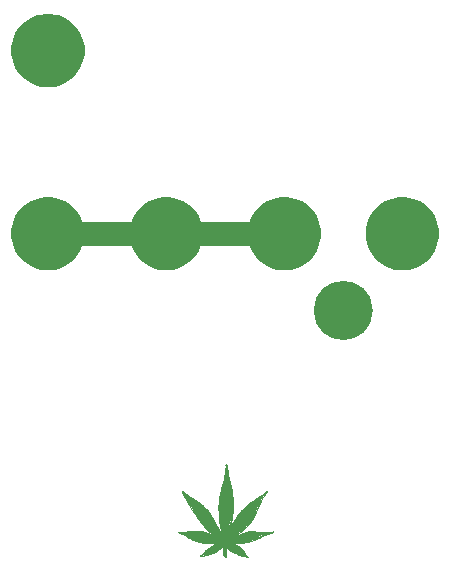
<source format=gbr>
G04 #@! TF.GenerationSoftware,KiCad,Pcbnew,(5.1.5-0)*
G04 #@! TF.CreationDate,2021-01-19T23:08:31-08:00*
G04 #@! TF.ProjectId,badumtiss,62616475-6d74-4697-9373-2e6b69636164,rev?*
G04 #@! TF.SameCoordinates,Original*
G04 #@! TF.FileFunction,Soldermask,Top*
G04 #@! TF.FilePolarity,Negative*
%FSLAX46Y46*%
G04 Gerber Fmt 4.6, Leading zero omitted, Abs format (unit mm)*
G04 Created by KiCad (PCBNEW (5.1.5-0)) date 2021-01-19 23:08:31*
%MOMM*%
%LPD*%
G04 APERTURE LIST*
%ADD10C,1.000000*%
%ADD11C,2.000000*%
%ADD12C,0.100000*%
%ADD13C,0.000002*%
%ADD14C,0.001000*%
G04 APERTURE END LIST*
D10*
X32000000Y-104000000D02*
G75*
G03X32000000Y-104000000I-2000000J0D01*
G01*
D11*
X25000000Y-97500000D02*
X5000000Y-97500000D01*
D12*
G36*
X20660400Y-123747650D02*
G01*
X21212850Y-124027050D01*
X21539875Y-124354075D01*
X21674813Y-124584263D01*
X21906588Y-124854138D01*
X21600200Y-124770000D01*
X21346200Y-124693800D01*
X21168400Y-124630300D01*
X20793750Y-124496950D01*
X20434975Y-124303275D01*
X20174625Y-124017525D01*
X20050800Y-123855600D01*
X20114300Y-123893700D01*
X20088900Y-123830200D01*
X20152400Y-123658750D01*
X20660400Y-123747650D01*
G37*
X20660400Y-123747650D02*
X21212850Y-124027050D01*
X21539875Y-124354075D01*
X21674813Y-124584263D01*
X21906588Y-124854138D01*
X21600200Y-124770000D01*
X21346200Y-124693800D01*
X21168400Y-124630300D01*
X20793750Y-124496950D01*
X20434975Y-124303275D01*
X20174625Y-124017525D01*
X20050800Y-123855600D01*
X20114300Y-123893700D01*
X20088900Y-123830200D01*
X20152400Y-123658750D01*
X20660400Y-123747650D01*
G36*
X19866650Y-123766700D02*
G01*
X19498350Y-124198500D01*
X19060200Y-124471550D01*
X18679200Y-124611250D01*
X17929900Y-124776350D01*
X18412500Y-124249300D01*
X18806200Y-123982600D01*
X19174500Y-123779400D01*
X19644400Y-123703200D01*
X19669800Y-123703200D01*
X19866650Y-123766700D01*
G37*
X19866650Y-123766700D02*
X19498350Y-124198500D01*
X19060200Y-124471550D01*
X18679200Y-124611250D01*
X17929900Y-124776350D01*
X18412500Y-124249300D01*
X18806200Y-123982600D01*
X19174500Y-123779400D01*
X19644400Y-123703200D01*
X19669800Y-123703200D01*
X19866650Y-123766700D01*
G36*
X23073400Y-122738000D02*
G01*
X23505200Y-122763400D01*
X24083207Y-122773943D01*
X23403600Y-122928500D01*
X22971800Y-123119000D01*
X22628900Y-123334900D01*
X22209800Y-123500000D01*
X21676400Y-123588900D01*
X21231900Y-123614300D01*
X20654050Y-123595250D01*
X20076200Y-123576200D01*
X20012700Y-123500000D01*
X20228600Y-123436500D01*
X20235585Y-123385700D01*
X20551815Y-123258700D01*
X21085850Y-123030100D01*
X21638300Y-122826900D01*
X22032000Y-122712600D01*
X22476500Y-122712600D01*
X23073400Y-122738000D01*
G37*
X23073400Y-122738000D02*
X23505200Y-122763400D01*
X24083207Y-122773943D01*
X23403600Y-122928500D01*
X22971800Y-123119000D01*
X22628900Y-123334900D01*
X22209800Y-123500000D01*
X21676400Y-123588900D01*
X21231900Y-123614300D01*
X20654050Y-123595250D01*
X20076200Y-123576200D01*
X20012700Y-123500000D01*
X20228600Y-123436500D01*
X20235585Y-123385700D01*
X20551815Y-123258700D01*
X21085850Y-123030100D01*
X21638300Y-122826900D01*
X22032000Y-122712600D01*
X22476500Y-122712600D01*
X23073400Y-122738000D01*
G36*
X23060700Y-120083700D02*
G01*
X22819400Y-120579000D01*
X22616200Y-121036200D01*
X22355850Y-121556900D01*
X22082800Y-121912500D01*
X21771650Y-122325250D01*
X21301750Y-122718950D01*
X20800100Y-123055500D01*
X19695200Y-123652400D01*
X19720600Y-123322200D01*
X20025400Y-123271400D01*
X20273050Y-122833250D01*
X20488950Y-122369700D01*
X20654050Y-122039500D01*
X20838200Y-121747400D01*
X21003300Y-121429900D01*
X21282700Y-121074300D01*
X21562100Y-120756800D01*
X21892300Y-120464700D01*
X22235200Y-120236100D01*
X22616200Y-119982100D01*
X23009900Y-119715400D01*
X23543300Y-119321700D01*
X23060700Y-120083700D01*
G37*
X23060700Y-120083700D02*
X22819400Y-120579000D01*
X22616200Y-121036200D01*
X22355850Y-121556900D01*
X22082800Y-121912500D01*
X21771650Y-122325250D01*
X21301750Y-122718950D01*
X20800100Y-123055500D01*
X19695200Y-123652400D01*
X19720600Y-123322200D01*
X20025400Y-123271400D01*
X20273050Y-122833250D01*
X20488950Y-122369700D01*
X20654050Y-122039500D01*
X20838200Y-121747400D01*
X21003300Y-121429900D01*
X21282700Y-121074300D01*
X21562100Y-120756800D01*
X21892300Y-120464700D01*
X22235200Y-120236100D01*
X22616200Y-119982100D01*
X23009900Y-119715400D01*
X23543300Y-119321700D01*
X23060700Y-120083700D01*
G36*
X20215900Y-117950100D02*
G01*
X20317500Y-118432700D01*
X20431800Y-118889900D01*
X20514350Y-119220100D01*
X20577850Y-119601100D01*
X20622300Y-120121800D01*
X20622300Y-120655200D01*
X20571500Y-121239400D01*
X20508000Y-121760100D01*
X20365125Y-122255400D01*
X20066675Y-123271400D01*
X19853950Y-123220600D01*
X19619000Y-122306200D01*
X19445962Y-121442600D01*
X19461837Y-120655200D01*
X19514225Y-119994800D01*
X19676150Y-119220100D01*
X19911100Y-118407300D01*
X20038100Y-117632600D01*
X20101600Y-117111900D01*
X20215900Y-117950100D01*
G37*
X20215900Y-117950100D02*
X20317500Y-118432700D01*
X20431800Y-118889900D01*
X20514350Y-119220100D01*
X20577850Y-119601100D01*
X20622300Y-120121800D01*
X20622300Y-120655200D01*
X20571500Y-121239400D01*
X20508000Y-121760100D01*
X20365125Y-122255400D01*
X20066675Y-123271400D01*
X19853950Y-123220600D01*
X19619000Y-122306200D01*
X19445962Y-121442600D01*
X19461837Y-120655200D01*
X19514225Y-119994800D01*
X19676150Y-119220100D01*
X19911100Y-118407300D01*
X20038100Y-117632600D01*
X20101600Y-117111900D01*
X20215900Y-117950100D01*
G36*
X16596400Y-119524900D02*
G01*
X16913900Y-119766200D01*
X17479050Y-120083700D01*
X18075950Y-120515500D01*
X18450600Y-120896500D01*
X18850650Y-121461650D01*
X19447550Y-122642750D01*
X19746000Y-123207900D01*
X19758700Y-123220600D01*
X19428500Y-123246000D01*
X19326900Y-123195200D01*
X18971300Y-122947550D01*
X18564900Y-122579250D01*
X18234700Y-122230000D01*
X17879100Y-121798200D01*
X17599700Y-121379100D01*
X17409200Y-121125100D01*
X17155200Y-120667900D01*
X16901200Y-120299600D01*
X16659900Y-119880500D01*
X16380500Y-119321700D01*
X16596400Y-119524900D01*
G37*
X16596400Y-119524900D02*
X16913900Y-119766200D01*
X17479050Y-120083700D01*
X18075950Y-120515500D01*
X18450600Y-120896500D01*
X18850650Y-121461650D01*
X19447550Y-122642750D01*
X19746000Y-123207900D01*
X19758700Y-123220600D01*
X19428500Y-123246000D01*
X19326900Y-123195200D01*
X18971300Y-122947550D01*
X18564900Y-122579250D01*
X18234700Y-122230000D01*
X17879100Y-121798200D01*
X17599700Y-121379100D01*
X17409200Y-121125100D01*
X17155200Y-120667900D01*
X16901200Y-120299600D01*
X16659900Y-119880500D01*
X16380500Y-119321700D01*
X16596400Y-119524900D01*
G36*
X18002925Y-122703075D02*
G01*
X18339475Y-122798325D01*
X18603000Y-122890400D01*
X19301500Y-123296800D01*
X19331980Y-123324740D01*
X19339600Y-123309500D01*
X19339600Y-123322200D01*
X19331980Y-123324740D01*
X19250700Y-123487300D01*
X19644400Y-123627000D01*
X19434850Y-123652400D01*
X19041150Y-123677800D01*
X18564900Y-123677800D01*
X18120400Y-123614300D01*
X17637800Y-123500000D01*
X17244100Y-123385700D01*
X16837700Y-123157100D01*
X16520200Y-122928500D01*
X16113800Y-122801500D01*
X16761500Y-122750700D01*
X17294900Y-122712600D01*
X17758450Y-122706250D01*
X18002925Y-122703075D01*
G37*
X18002925Y-122703075D02*
X18339475Y-122798325D01*
X18603000Y-122890400D01*
X19301500Y-123296800D01*
X19331980Y-123324740D01*
X19339600Y-123309500D01*
X19339600Y-123322200D01*
X19331980Y-123324740D01*
X19250700Y-123487300D01*
X19644400Y-123627000D01*
X19434850Y-123652400D01*
X19041150Y-123677800D01*
X18564900Y-123677800D01*
X18120400Y-123614300D01*
X17637800Y-123500000D01*
X17244100Y-123385700D01*
X16837700Y-123157100D01*
X16520200Y-122928500D01*
X16113800Y-122801500D01*
X16761500Y-122750700D01*
X17294900Y-122712600D01*
X17758450Y-122706250D01*
X18002925Y-122703075D01*
G36*
X20000000Y-123284100D02*
G01*
X19788862Y-123477775D01*
X20007937Y-123573025D01*
X20758825Y-124115950D01*
X20577850Y-124211200D01*
X20000000Y-123754000D01*
X20012700Y-124846200D01*
X19898400Y-124706500D01*
X19892050Y-123817500D01*
X19936500Y-123817500D01*
X19555500Y-123601600D01*
X19269750Y-123449200D01*
X19434850Y-123169800D01*
X20000000Y-123284100D01*
G37*
X20000000Y-123284100D02*
X19788862Y-123477775D01*
X20007937Y-123573025D01*
X20758825Y-124115950D01*
X20577850Y-124211200D01*
X20000000Y-123754000D01*
X20012700Y-124846200D01*
X19898400Y-124706500D01*
X19892050Y-123817500D01*
X19936500Y-123817500D01*
X19555500Y-123601600D01*
X19269750Y-123449200D01*
X19434850Y-123169800D01*
X20000000Y-123284100D01*
D13*
X19479586Y-121596968D02*
X19486414Y-121663404D01*
X16060628Y-122785206D02*
G75*
G02X16062745Y-122780474I8833J-1112D01*
G01*
X16062745Y-122780475D02*
G75*
G02X16067170Y-122777659I6961J-6056D01*
G01*
X16067171Y-122777659D02*
G75*
G02X16076272Y-122775641I21302J-74534D01*
G01*
X16119176Y-122769928D02*
X16076272Y-122775641D01*
X16175382Y-122764579D02*
X16119176Y-122769928D01*
X16249523Y-122759059D02*
X16175382Y-122764579D01*
X16350810Y-122752773D02*
X16249523Y-122759059D01*
X16464250Y-122745535D02*
X16350810Y-122752773D01*
X16555159Y-122738329D02*
X16464250Y-122745535D01*
X16635946Y-122730142D02*
X16555159Y-122738329D01*
X16717522Y-122719967D02*
X16635946Y-122730142D01*
X16795588Y-122710763D02*
X16717522Y-122719967D01*
X16894548Y-122701810D02*
X16795588Y-122710763D01*
X17002731Y-122693949D02*
X16894548Y-122701810D01*
X17110022Y-122688039D02*
X17002731Y-122693949D01*
X17158893Y-122685783D02*
X17110022Y-122688039D01*
X17228084Y-122682592D02*
X17158893Y-122685783D01*
X17303746Y-122679104D02*
X17228084Y-122682592D01*
X17375022Y-122675821D02*
X17303746Y-122679104D01*
X17542892Y-122668843D02*
X17375022Y-122675821D01*
X17717753Y-122663052D02*
X17542892Y-122668843D01*
X17891324Y-122658069D02*
X17717753Y-122663052D01*
X17891324Y-122658069D02*
G75*
G02X17900393Y-122660507I462J-16364D01*
G01*
X17903889Y-122661762D02*
G75*
G02X17900393Y-122660507I1209J8867D01*
G01*
X17919388Y-122663775D02*
X17903889Y-122661762D01*
X17937771Y-122665819D02*
X17919388Y-122663775D01*
X17958715Y-122667713D02*
X17937771Y-122665819D01*
X19470054Y-121487481D02*
X19472649Y-121517124D01*
X20612378Y-123647086D02*
X20657522Y-123650622D01*
X20563537Y-123643388D02*
X20612378Y-123647086D01*
X20518194Y-123640058D02*
X20563537Y-123643388D01*
X20485022Y-123637755D02*
X20518194Y-123640058D01*
X20453615Y-123635486D02*
X20485022Y-123637755D01*
X20414584Y-123632326D02*
X20453615Y-123635486D01*
X20374606Y-123628849D02*
X20414584Y-123632326D01*
X20340022Y-123625579D02*
X20374606Y-123628849D01*
X20278512Y-123620402D02*
X20340022Y-123625579D01*
X20226901Y-123618134D02*
X20278512Y-123620402D01*
X18831364Y-121380665D02*
X18702584Y-121173051D01*
X18960123Y-121610277D02*
X18831364Y-121380665D01*
X20263811Y-123644985D02*
X20225611Y-123637712D01*
X20301820Y-123651668D02*
X20263811Y-123644985D01*
X20327522Y-123655429D02*
X20301820Y-123651668D01*
X20327522Y-123655429D02*
G75*
G02X20415850Y-123671576I-96572J-777952D01*
G01*
X20542223Y-123704860D02*
X20415850Y-123671576D01*
X20681550Y-123747366D02*
X20542223Y-123704860D01*
X20815022Y-123794009D02*
X20681550Y-123747366D01*
X20858649Y-123811046D02*
X20815022Y-123794009D01*
X20904637Y-123830487D02*
X20858649Y-123811046D01*
X20952079Y-123851930D02*
X20904637Y-123830487D01*
X21000085Y-123874987D02*
X20952079Y-123851930D01*
X21000085Y-123874988D02*
G75*
G02X21152408Y-123962179I-639105J-1293158D01*
G01*
X19600081Y-122347260D02*
X19602098Y-122357528D01*
X22620021Y-121015299D02*
G75*
G02X22619743Y-121016562I-3003J0D01*
G01*
X22611209Y-121034952D02*
X22619743Y-121016562D01*
X22601523Y-121055632D02*
X22611209Y-121034952D01*
X22590022Y-121079870D02*
X22601523Y-121055632D01*
X22578521Y-121104146D02*
X22590022Y-121079870D01*
X22568834Y-121124951D02*
X22578521Y-121104146D01*
X22560385Y-121143329D02*
X22568834Y-121124951D01*
X22560021Y-121144995D02*
G75*
G02X22560385Y-121143329I3995J0D01*
G01*
X22560021Y-121144995D02*
G75*
G02X22559292Y-121148297I-7840J0D01*
G01*
X22520677Y-121231421D02*
X22559292Y-121148297D01*
X22477758Y-121323339D02*
X22520677Y-121231421D01*
X22427442Y-121430277D02*
X22477758Y-121323339D01*
X22404537Y-121478174D02*
X22427442Y-121430277D01*
X22376801Y-121534980D02*
X22404537Y-121478174D01*
X22347730Y-121593998D02*
X22376801Y-121534980D01*
X22347731Y-121593997D02*
G75*
G02X22345022Y-121597777I-12801J6311D01*
G01*
X22343589Y-121599614D02*
G75*
G02X22345022Y-121597777I8150J-4881D01*
G01*
X22340177Y-121605418D02*
X22343588Y-121599615D01*
X22336238Y-121612435D02*
X22340177Y-121605418D01*
X22332041Y-121620277D02*
X22336238Y-121612435D01*
X22323008Y-121637116D02*
X22332041Y-121620277D01*
X22312309Y-121656309D02*
X22323008Y-121637116D01*
X22301117Y-121675799D02*
X22312309Y-121656309D01*
X22290563Y-121693576D02*
X22301117Y-121675799D01*
X22286359Y-121700601D02*
X22290563Y-121693576D01*
X22279895Y-121711546D02*
X22286359Y-121700601D01*
X22272630Y-121723921D02*
X22279895Y-121711546D01*
X22265538Y-121736076D02*
X22272630Y-121723921D01*
X22265539Y-121736076D02*
G75*
G02X22176513Y-121874537I-1594117J927112D01*
G01*
X22060765Y-122028716D02*
X22176513Y-121874537D01*
X21929379Y-122185115D02*
X22060765Y-122028716D01*
X21792561Y-122330767D02*
X21929379Y-122185115D01*
X21792561Y-122330767D02*
G75*
G02X21512462Y-122588051I-2992746J2977019D01*
G01*
X21202444Y-122826945D02*
X21512462Y-122588051D01*
X20846530Y-123058868D02*
X21202444Y-122826945D01*
X20427522Y-123295384D02*
X20846530Y-123058868D01*
X20407210Y-123306206D02*
X20427522Y-123295384D01*
X20383256Y-123319049D02*
X20407210Y-123306206D01*
X20359541Y-123331825D02*
X20383256Y-123319049D01*
X20340022Y-123342411D02*
X20359541Y-123331825D01*
X20322766Y-123351769D02*
X20340022Y-123342411D01*
X20306062Y-123360749D02*
X20322766Y-123351769D01*
X20291782Y-123368359D02*
X20306062Y-123360749D01*
X20284097Y-123372337D02*
X20291782Y-123368359D01*
X20267847Y-123382144D02*
G75*
G02X20284097Y-123372337I73169J-102870D01*
G01*
X20251467Y-123395234D02*
G75*
G02X20267847Y-123382145I125077J-139731D01*
G01*
X20238112Y-123408375D02*
G75*
G02X20251467Y-123395234I145858J-134885D01*
G01*
X20235021Y-123416267D02*
G75*
G02X20238111Y-123408375I11624J0D01*
G01*
X20235871Y-123419781D02*
G75*
G02X20235022Y-123416267I6849J3514D01*
G01*
X20238155Y-123421737D02*
G75*
G02X20235870Y-123419780I1247J3768D01*
G01*
X20242397Y-123422198D02*
G75*
G02X20238155Y-123421737I-1044J10127D01*
G01*
X20249641Y-123421103D02*
G75*
G02X20242398Y-123422199I-15184J75919D01*
G01*
X20268149Y-123415366D02*
G75*
G02X20249641Y-123421104I-36945J86448D01*
G01*
X20328992Y-123389023D02*
X20268149Y-123415366D01*
X20396972Y-123358528D02*
X20328992Y-123389023D01*
X20465022Y-123326643D02*
X20396972Y-123358528D01*
X20488044Y-123315656D02*
X20465022Y-123326643D01*
X20513850Y-123303400D02*
X20488044Y-123315656D01*
X20538478Y-123291750D02*
X20513850Y-123303400D01*
X20557522Y-123282798D02*
X20538478Y-123291750D01*
X20577497Y-123273393D02*
X20557522Y-123282798D01*
X20605600Y-123260054D02*
X20577497Y-123273393D01*
X20636247Y-123245444D02*
X20605600Y-123260054D01*
X20665022Y-123231661D02*
X20636247Y-123245444D01*
X20719936Y-123205361D02*
X20665022Y-123231661D01*
X20761702Y-123185535D02*
X20719936Y-123205361D01*
X20796707Y-123169148D02*
X20761702Y-123185535D01*
X20830022Y-123153816D02*
X20796707Y-123169148D01*
X20865354Y-123137574D02*
X20830022Y-123153816D01*
X20931774Y-123106749D02*
X20865354Y-123137574D01*
X20999694Y-123075132D02*
X20931774Y-123106749D01*
X21047522Y-123052733D02*
X20999694Y-123075132D01*
X21194502Y-122984657D02*
X21047522Y-123052733D01*
X21345333Y-122916903D02*
X21194502Y-122984657D01*
X21483653Y-122856658D02*
X21345333Y-122916903D01*
X21590022Y-122812680D02*
X21483653Y-122856658D01*
X21643337Y-122791611D02*
X21590022Y-122812680D01*
X21678135Y-122778359D02*
X21643337Y-122791611D01*
X21707932Y-122767769D02*
X21678135Y-122778359D01*
X21742522Y-122756289D02*
X21707932Y-122767769D01*
X21801620Y-122738467D02*
X21742522Y-122756289D01*
X21863071Y-122722384D02*
X21801620Y-122738467D01*
X21924574Y-122708597D02*
X21863071Y-122722384D01*
X21983822Y-122697669D02*
X21924574Y-122708597D01*
X22025789Y-122691782D02*
X21983822Y-122697669D01*
X22061324Y-122688975D02*
X22025789Y-122691782D01*
X22105896Y-122688261D02*
X22061324Y-122688975D01*
X22186322Y-122689370D02*
X22105896Y-122688261D01*
X22243234Y-122690735D02*
X22186322Y-122689370D01*
X22301607Y-122692737D02*
X22243234Y-122690735D01*
X22353546Y-122695032D02*
X22301607Y-122692737D01*
X22387522Y-122697267D02*
X22353546Y-122695032D01*
X22418287Y-122699702D02*
X22387522Y-122697267D01*
X22457662Y-122702627D02*
X22418287Y-122699702D01*
X22498691Y-122705545D02*
X22457662Y-122702627D01*
X22535022Y-122707990D02*
X22498691Y-122705545D01*
X22572057Y-122710418D02*
X22535022Y-122707990D01*
X22615318Y-122713293D02*
X22572057Y-122710418D01*
X22657867Y-122716150D02*
X22615318Y-122713293D01*
X22692522Y-122718510D02*
X22657867Y-122716150D01*
X22745145Y-122720680D02*
X22692522Y-122718510D01*
X22937897Y-122723130D02*
X22745145Y-122720680D01*
X23166132Y-122725346D02*
X22937897Y-122723130D01*
X23422522Y-122726997D02*
X23166132Y-122725346D01*
X23760194Y-122728974D02*
X23422522Y-122726997D01*
X23946598Y-122730953D02*
X23760194Y-122728974D01*
X24075267Y-122733028D02*
X23946598Y-122730953D01*
X24075267Y-122733028D02*
G75*
G02X24088772Y-122736729I-500J-28318D01*
G01*
X24088772Y-122736728D02*
G75*
G02X24097766Y-122745160I-13045J-22929D01*
G01*
X24097766Y-122745160D02*
G75*
G02X24100023Y-122755412I-12281J-8079D01*
G01*
X24100023Y-122755413D02*
G75*
G02X24094871Y-122765674I-18220J2725D01*
G01*
X24094870Y-122765673D02*
G75*
G02X24083207Y-122773943I-29662J29474D01*
G01*
X24083208Y-122773944D02*
G75*
G02X24065174Y-122781131I-63623J133418D01*
G01*
X24000776Y-122801805D02*
X24065174Y-122781131D01*
X23938093Y-122821392D02*
X24000776Y-122801805D01*
X23902522Y-122831377D02*
X23938093Y-122821392D01*
X23773171Y-122868169D02*
X23902522Y-122831377D01*
X23598786Y-122925203D02*
X23773171Y-122868169D01*
X23419767Y-122988251D02*
X23598786Y-122925203D01*
X23272522Y-123045274D02*
X23419767Y-122988251D01*
X23149199Y-123098078D02*
X23272522Y-123045274D01*
X23003927Y-123164591D02*
X23149199Y-123098078D01*
X22862600Y-123232490D02*
X23003927Y-123164591D01*
X22752522Y-123289199D02*
X22862600Y-123232490D01*
X22618504Y-123360433D02*
X22752522Y-123289199D01*
X22533440Y-123402696D02*
X22618504Y-123360433D01*
X22458987Y-123435131D02*
X22533440Y-123402696D01*
X22367522Y-123470178D02*
X22458987Y-123435131D01*
X22292423Y-123497307D02*
X22367522Y-123470178D01*
X22252851Y-123510723D02*
X22292423Y-123497307D01*
X22213400Y-123522598D02*
X22252851Y-123510723D01*
X22140022Y-123543034D02*
X22213400Y-123522598D01*
X22020804Y-123572545D02*
X22140022Y-123543034D01*
X21883620Y-123600279D02*
X22020804Y-123572545D01*
X21745884Y-123623156D02*
X21883620Y-123600279D01*
X21625022Y-123637838D02*
X21745884Y-123623156D01*
X21601013Y-123640138D02*
X21625022Y-123637838D01*
X21566506Y-123643487D02*
X21601013Y-123640138D01*
X21528547Y-123647195D02*
X21566506Y-123643487D01*
X21492522Y-123650739D02*
X21528547Y-123647195D01*
X21358935Y-123658145D02*
X21492522Y-123650739D01*
X21086190Y-123659806D02*
X21358935Y-123658145D01*
X20813070Y-123657895D02*
X21086190Y-123659806D01*
X20657522Y-123650622D02*
X20813070Y-123657895D01*
X20184700Y-123617876D02*
X20226901Y-123618134D01*
X20180021Y-123622584D02*
G75*
G02X20184700Y-123617876I4709J-1D01*
G01*
X20181145Y-123624719D02*
G75*
G02X20180022Y-123622585I1466J2134D01*
G01*
X20185529Y-123627293D02*
G75*
G02X20181144Y-123624719I15819J31971D01*
G01*
X19110636Y-121888155D02*
X19094341Y-121858062D01*
X19121221Y-121907777D02*
X19110636Y-121888155D01*
X20511249Y-122283226D02*
X20464982Y-122380277D01*
X20596807Y-122112328D02*
X20511249Y-122283226D01*
X20683548Y-121941636D02*
X20596807Y-122112328D01*
X20724269Y-121866527D02*
X20683548Y-121941636D01*
X20738678Y-121841366D02*
X20724269Y-121866527D01*
X20749929Y-121821636D02*
X20738678Y-121841366D01*
X20759609Y-121804555D02*
X20749929Y-121821636D01*
X20769048Y-121787777D02*
X20759609Y-121804555D01*
X20775983Y-121775624D02*
X20769048Y-121787777D01*
X20787590Y-121755731D02*
X20775983Y-121775624D01*
X20800976Y-121732985D02*
X20787590Y-121755731D01*
X20814458Y-121710277D02*
X20800976Y-121732985D01*
X20827575Y-121688268D02*
X20814458Y-121710277D01*
X20839864Y-121667624D02*
X20827575Y-121688268D01*
X20850197Y-121650243D02*
X20839864Y-121667624D01*
X20854889Y-121642307D02*
X20850197Y-121650243D01*
X20899259Y-121570233D02*
X20854889Y-121642307D01*
X20962393Y-121473837D02*
X20899259Y-121570233D01*
X21029939Y-121374271D02*
X20962393Y-121473837D01*
X21089543Y-121290277D02*
X21029939Y-121374271D01*
X21146819Y-121213641D02*
X21089543Y-121290277D01*
X21217177Y-121123061D02*
X21146819Y-121213641D01*
X21284639Y-121038542D02*
X21217177Y-121123061D01*
X21327847Y-120987777D02*
X21284639Y-121038542D01*
X22635064Y-120981889D02*
X22644416Y-120961958D01*
X22627187Y-120998945D02*
X22635064Y-120981889D01*
X22620294Y-121014044D02*
X22627187Y-120998945D01*
X22620022Y-121015299D02*
G75*
G02X22620294Y-121014044I3026J0D01*
G01*
X19075985Y-121824222D02*
X19058037Y-121791194D01*
X19094341Y-121858062D02*
X19075985Y-121824222D01*
X21912904Y-124882618D02*
G75*
G02X21912962Y-124890934I-10582J-4233D01*
G01*
X21912961Y-124890934D02*
G75*
G02X21910571Y-124893771I-5287J2029D01*
G01*
X21910571Y-124893771D02*
G75*
G02X21905675Y-124895933I-11328J19028D01*
G01*
X21905675Y-124895934D02*
G75*
G02X21898837Y-124897326I-10822J35655D01*
G01*
X21898838Y-124897325D02*
G75*
G02X21890414Y-124897777I-8424J78322D01*
G01*
X20393609Y-122541378D02*
X20385721Y-122560277D01*
X20420843Y-122479384D02*
X20393609Y-122541378D01*
X20447720Y-122418594D02*
X20420843Y-122479384D01*
X20464982Y-122380277D02*
X20447720Y-122418594D01*
X21890414Y-124897778D02*
G75*
G02X21875921Y-124896825I0J110737D01*
G01*
X21875921Y-124896825D02*
G75*
G02X21863016Y-124893965I9971J75534D01*
G01*
X21863016Y-124893965D02*
G75*
G02X21846281Y-124887761I53575J170197D01*
G01*
X21815022Y-124874046D02*
X21846281Y-124887761D01*
X21751838Y-124847762D02*
X21815022Y-124874046D01*
X21685736Y-124824319D02*
X21751838Y-124847762D01*
X21614120Y-124802862D02*
X21685736Y-124824319D01*
X21534294Y-124782548D02*
X21614120Y-124802862D01*
X21397606Y-124749292D02*
X21534294Y-124782548D01*
X19130128Y-121924323D02*
X19121221Y-121907777D01*
X19140235Y-121943074D02*
X19130128Y-121924323D01*
X20253305Y-122886243D02*
X20244490Y-122906661D01*
X20263179Y-122862378D02*
X20253305Y-122886243D01*
X20274497Y-122834151D02*
X20263179Y-122862378D01*
X20287768Y-122800277D02*
X20274497Y-122834151D01*
X20293655Y-122785324D02*
X20287768Y-122800277D01*
X20300109Y-122769333D02*
X20293655Y-122785324D01*
X20306173Y-122754627D02*
X20300109Y-122769333D01*
X21152408Y-123962178D02*
G75*
G02X21290509Y-124065987I-743206J-1132487D01*
G01*
X21290509Y-124065987D02*
G75*
G02X21408604Y-124181641I-808447J-943632D01*
G01*
X21408604Y-124181641D02*
G75*
G02X21501099Y-124304225I-691614J-618042D01*
G01*
X21593113Y-124447827D02*
X21501099Y-124304225D01*
X21658325Y-124544131D02*
X21593113Y-124447827D01*
X21719278Y-124626381D02*
X21658325Y-124544131D01*
X21794380Y-124720045D02*
X21719278Y-124626381D01*
X21837947Y-124772822D02*
X21794380Y-124720045D01*
X21851771Y-124789809D02*
X21837947Y-124772822D01*
X21862079Y-124803035D02*
X21851771Y-124789809D01*
X19634498Y-119270277D02*
X19620636Y-119320269D01*
X20310691Y-122744082D02*
X20306173Y-122754627D01*
X20314264Y-122735606D02*
X20310691Y-122744082D01*
X20317281Y-122727667D02*
X20314264Y-122735606D01*
X20319553Y-122720959D02*
X20317281Y-122727667D01*
X20320021Y-122717966D02*
G75*
G02X20319553Y-122720959I-9805J0D01*
G01*
X20320021Y-122717965D02*
G75*
G02X20320501Y-122714968I9600J-1D01*
G01*
X20322848Y-122708209D02*
X20320501Y-122714968D01*
X20325958Y-122700210D02*
X20322848Y-122708209D01*
X20329642Y-122691661D02*
X20325958Y-122700210D01*
X20343866Y-122659784D02*
X20329642Y-122691661D01*
X20352969Y-122638632D02*
X20343866Y-122659784D01*
X20359166Y-122623491D02*
X20352969Y-122638632D01*
X20360007Y-122619082D02*
G75*
G02X20359166Y-122623491I-11749J-43D01*
G01*
X20360007Y-122619082D02*
G75*
G02X20360459Y-122616632I6738J25D01*
G01*
X20363194Y-122609786D02*
X20360459Y-122616632D01*
X20366707Y-122601673D02*
X20363194Y-122609786D01*
X20370874Y-122592777D02*
X20366707Y-122601673D01*
X20375330Y-122583430D02*
X20370874Y-122592777D01*
X20379723Y-122573949D02*
X20375330Y-122583430D01*
X20383495Y-122565577D02*
X20379723Y-122573949D01*
X20385721Y-122560277D02*
X20383495Y-122565577D01*
X21877281Y-124823316D02*
X21862079Y-124803035D01*
X21893683Y-124846689D02*
X21877281Y-124823316D01*
X21893683Y-124846690D02*
G75*
G02X21905528Y-124866666I-194982J-129113D01*
G01*
X21905528Y-124866666D02*
G75*
G02X21912903Y-124882618I-148143J-78170D01*
G01*
X21337272Y-120977192D02*
X21327847Y-120987777D01*
X21357031Y-120954856D02*
X21337272Y-120977192D01*
X21380430Y-120928361D02*
X21357031Y-120954856D01*
X21405193Y-120900277D02*
X21380430Y-120928361D01*
X21513704Y-120783304D02*
X21405193Y-120900277D01*
X21646053Y-120652079D02*
X21513704Y-120783304D01*
X21777297Y-120530085D02*
X21646053Y-120652079D01*
X21880250Y-120444220D02*
X21777297Y-120530085D01*
X21967428Y-120378727D02*
X21880250Y-120444220D01*
X22046415Y-120323278D02*
X21967428Y-120378727D01*
X22148457Y-120256351D02*
X22046415Y-120323278D01*
X22327522Y-120142769D02*
X22148457Y-120256351D01*
X22389629Y-120103344D02*
X22327522Y-120142769D01*
X22456365Y-120060469D02*
X22389629Y-120103344D01*
X22517965Y-120020471D02*
X22456365Y-120060469D01*
X22562522Y-119990991D02*
X22517965Y-120020471D01*
X22697222Y-119899298D02*
X22562522Y-119990991D01*
X22820866Y-119812251D02*
X22697222Y-119899298D01*
X22968690Y-119704774D02*
X22820866Y-119812251D01*
X23190022Y-119540957D02*
X22968690Y-119704774D01*
X23233928Y-119508350D02*
X23190022Y-119540957D01*
X23276959Y-119476446D02*
X23233928Y-119508350D01*
X23314011Y-119449020D02*
X23276959Y-119476446D01*
X23335022Y-119433543D02*
X23314011Y-119449020D01*
X23351209Y-119421646D02*
X23335022Y-119433543D01*
X23368850Y-119408643D02*
X23351209Y-119421646D01*
X23385320Y-119396471D02*
X23368850Y-119408643D01*
X23397522Y-119387414D02*
X23385320Y-119396471D01*
X23437477Y-119359270D02*
X23397522Y-119387414D01*
X23492952Y-119323208D02*
X23437477Y-119359270D01*
X23549438Y-119287759D02*
X23492952Y-119323208D01*
X23549438Y-119287760D02*
G75*
G02X23564761Y-119281269I28471J-45884D01*
G01*
X23564761Y-119281268D02*
G75*
G02X23577504Y-119279947I10974J-43717D01*
G01*
X23577504Y-119279947D02*
G75*
G02X23584070Y-119284069I-305J-7776D01*
G01*
X23584070Y-119284070D02*
G75*
G02X23584527Y-119292656I-8997J-4784D01*
G01*
X23584527Y-119292655D02*
G75*
G02X23577667Y-119305539I-63438J25510D01*
G01*
X23565329Y-119322507D02*
X23577667Y-119305539D01*
X23545976Y-119346851D02*
X23565329Y-119322507D01*
X23526429Y-119370518D02*
X23545976Y-119346851D01*
X23526429Y-119370517D02*
G75*
G02X23516963Y-119380277I-72727J61071D01*
G01*
X23499895Y-119398072D02*
G75*
G02X23516963Y-119380277I123500J-101373D01*
G01*
X23445948Y-119464257D02*
X23499895Y-119398072D01*
X23391922Y-119531904D02*
X23445948Y-119464257D01*
X23351038Y-119585277D02*
X23391922Y-119531904D01*
X23274034Y-119693698D02*
X23351038Y-119585277D01*
X23213980Y-119789678D02*
X23274034Y-119693698D01*
X23148409Y-119910452D02*
X23213980Y-119789678D01*
X23045463Y-120115277D02*
X23148409Y-119910452D01*
X23012314Y-120182396D02*
X23045463Y-120115277D01*
X22982337Y-120243418D02*
X23012314Y-120182396D01*
X22957300Y-120294652D02*
X22982337Y-120243418D01*
X22948740Y-120312777D02*
X22957300Y-120294652D01*
X22933870Y-120344997D02*
X22948740Y-120312777D01*
X22898656Y-120420485D02*
X22933870Y-120344997D01*
X22863434Y-120495815D02*
X22898656Y-120420485D01*
X22842505Y-120540277D02*
X22863434Y-120495815D01*
X22836270Y-120553483D02*
X22842505Y-120540277D01*
X22826572Y-120574090D02*
X22836270Y-120553483D01*
X22815623Y-120597387D02*
X22826572Y-120574090D01*
X22804881Y-120620277D02*
X22815623Y-120597387D01*
X22752656Y-120731614D02*
X22804881Y-120620277D01*
X22705466Y-120832138D02*
X22752656Y-120731614D01*
X22666565Y-120914935D02*
X22705466Y-120832138D01*
X22644416Y-120961958D02*
X22666565Y-120914935D01*
X19456089Y-120270173D02*
X19450432Y-120347777D01*
X19491414Y-119934273D02*
X19489359Y-119951746D01*
X19499812Y-121775277D02*
X19502112Y-121791881D01*
X17220022Y-123404199D02*
X17285345Y-123431444D01*
X17172193Y-123382386D02*
X17220022Y-123404199D01*
X17096008Y-123345116D02*
X17172193Y-123382386D01*
X17013874Y-123304229D02*
X17096008Y-123345116D01*
X17958715Y-122667712D02*
G75*
G02X18037077Y-122677867I-68767J-838110D01*
G01*
X18134167Y-122697547D02*
X18037077Y-122677867D01*
X18238541Y-122723880D02*
X18134167Y-122697547D01*
X18340022Y-122754629D02*
X18238541Y-122723880D01*
X18411345Y-122778648D02*
X18340022Y-122754629D01*
X18462918Y-122797344D02*
X18411345Y-122778648D01*
X18514767Y-122818060D02*
X18462918Y-122797344D01*
X18587522Y-122848978D02*
X18514767Y-122818060D01*
X18636095Y-122871297D02*
X18587522Y-122848978D01*
X18722054Y-122913707D02*
X18636095Y-122871297D01*
X18807800Y-122957003D02*
X18722054Y-122913707D01*
X18857522Y-122983724D02*
X18807800Y-122957003D01*
X18874485Y-122993290D02*
X18857522Y-122983724D01*
X18892381Y-123003359D02*
X18874485Y-122993290D01*
X18908665Y-123012503D02*
X18892381Y-123003359D01*
X18920022Y-123018855D02*
X18908665Y-123012503D01*
X18967579Y-123046350D02*
X18920022Y-123018855D01*
X19029264Y-123083880D02*
X18967579Y-123046350D01*
X19094127Y-123124579D02*
X19029264Y-123083880D01*
X19152522Y-123162529D02*
X19094127Y-123124579D01*
X19269621Y-123239782D02*
X19152522Y-123162529D01*
X19284217Y-123242895D02*
G75*
G02X19269621Y-123239782I-3296J20324D01*
G01*
X19285880Y-123236626D02*
G75*
G02X19284217Y-123242894I-2231J-2763D01*
G01*
X19186635Y-123156997D02*
X19285879Y-123236626D01*
X19076355Y-123068615D02*
X19186635Y-123156997D01*
X18955655Y-122971064D02*
X19076355Y-123068615D01*
X18846190Y-122882022D02*
X18955655Y-122971064D01*
X18797522Y-122841366D02*
X18846190Y-122882022D01*
X18560218Y-122628564D02*
X18797522Y-122841366D01*
X18331976Y-122403889D02*
X18560218Y-122628564D01*
X18126302Y-122181368D02*
X18331976Y-122403889D01*
X17957522Y-121975413D02*
X18126302Y-122181368D01*
X17947035Y-121961730D02*
X17957522Y-121975413D01*
X17930933Y-121940881D02*
X17947035Y-121961730D01*
X17912804Y-121917489D02*
X17930933Y-121940881D01*
X17895094Y-121894720D02*
X17912804Y-121917489D01*
X17850771Y-121836679D02*
X17895094Y-121894720D01*
X17798022Y-121765362D02*
X17850771Y-121836679D01*
X17743294Y-121689659D02*
X17798022Y-121765362D01*
X17692611Y-121617777D02*
X17743294Y-121689659D01*
X17615794Y-121505183D02*
X17692611Y-121617777D01*
X17503314Y-121336047D02*
X17615794Y-121505183D01*
X17392960Y-121168079D02*
X17503314Y-121336047D01*
X17327810Y-121065811D02*
X17392960Y-121168079D01*
X17312852Y-121041839D02*
X17327810Y-121065811D01*
X17293501Y-121011028D02*
X17312852Y-121041839D01*
X17273210Y-120978853D02*
X17293501Y-121011028D01*
X17255098Y-120950277D02*
X17273210Y-120978853D01*
X17232466Y-120914465D02*
X17255098Y-120950277D01*
X17194344Y-120853699D02*
X17232466Y-120914465D01*
X17150478Y-120783586D02*
X17194344Y-120853699D01*
X17106299Y-120712777D02*
X17150478Y-120783586D01*
X17063762Y-120644522D02*
X17106299Y-120712777D01*
X17024866Y-120582137D02*
X17063762Y-120644522D01*
X16992249Y-120529846D02*
X17024866Y-120582137D01*
X16980010Y-120510277D02*
X16992249Y-120529846D01*
X16937630Y-120441590D02*
X16980010Y-120510277D01*
X16867790Y-120326106D02*
X16937630Y-120441590D01*
X16797729Y-120209490D02*
X16867790Y-120326106D01*
X16772165Y-120165277D02*
X16797729Y-120209490D01*
X16769328Y-120160248D02*
X16772165Y-120165277D01*
X16765217Y-120153074D02*
X16769328Y-120160248D01*
X16760674Y-120145211D02*
X16765217Y-120153074D01*
X16756342Y-120137777D02*
X16760674Y-120145211D01*
X16727044Y-120087083D02*
X16756342Y-120137777D01*
X16668968Y-119985057D02*
X16727044Y-120087083D01*
X16610346Y-119881702D02*
X16668968Y-119985057D01*
X16588754Y-119842777D02*
X16610346Y-119881702D01*
X16579351Y-119825536D02*
X16588754Y-119842777D01*
X16567835Y-119804543D02*
X16579351Y-119825536D01*
X16556140Y-119783314D02*
X16567835Y-119804543D01*
X16546150Y-119765277D02*
X16556140Y-119783314D01*
X16517394Y-119710797D02*
X16546150Y-119765277D01*
X16462647Y-119600518D02*
X16517394Y-119710797D01*
X16402078Y-119477345D02*
X16462647Y-119600518D01*
X16402079Y-119477345D02*
G75*
G02X16400022Y-119468491I18028J8854D01*
G01*
X16399530Y-119465636D02*
G75*
G02X16400022Y-119468491I-8045J-2855D01*
G01*
X16397209Y-119459477D02*
X16399530Y-119465636D01*
X16394113Y-119452210D02*
X16397209Y-119459477D01*
X16390446Y-119444500D02*
X16394113Y-119452210D01*
X16390446Y-119444500D02*
G75*
G02X16375567Y-119410779I353949J176315D01*
G01*
X16362376Y-119372674D02*
X16375567Y-119410779D01*
X16352797Y-119337022D02*
X16362376Y-119372674D01*
X16352798Y-119337021D02*
G75*
G02X16350022Y-119312709I105091J24312D01*
G01*
X16350022Y-119312709D02*
G75*
G02X16352313Y-119301889I26694J0D01*
G01*
X16352313Y-119301889D02*
G75*
G02X16358734Y-119293767I19006J-8428D01*
G01*
X16358734Y-119293767D02*
G75*
G02X16368045Y-119289963I11741J-15439D01*
G01*
X16368045Y-119289963D02*
G75*
G02X16378409Y-119291121I2783J-22042D01*
G01*
X19299378Y-123249505D02*
G75*
G02X19307816Y-123255118I-42084J-72409D01*
G01*
X19293690Y-123248010D02*
G75*
G02X19299378Y-123249505I137J-11046D01*
G01*
X19292163Y-123250169D02*
G75*
G02X19293690Y-123248010I1547J525D01*
G01*
X19295021Y-123255277D02*
G75*
G02X19292163Y-123250169I12406J10295D01*
G01*
X19298004Y-123258135D02*
G75*
G02X19295022Y-123255277I10995J14458D01*
G01*
X19301808Y-123260528D02*
G75*
G02X19298004Y-123258136I11528J22553D01*
G01*
X19305813Y-123262133D02*
G75*
G02X19301808Y-123260528I6762J22671D01*
G01*
X19309384Y-123262619D02*
G75*
G02X19305813Y-123262133I-229J11691D01*
G01*
X19313439Y-123262263D02*
G75*
G02X19309384Y-123262618I-4642J29680D01*
G01*
X19314221Y-123261131D02*
G75*
G02X19313438Y-123262263I-929J-194D01*
G01*
X19313100Y-123259282D02*
G75*
G02X19314221Y-123261131I-2062J-2515D01*
G01*
X19307816Y-123255118D02*
X19313100Y-123259282D01*
X20082574Y-117069496D02*
G75*
G02X20091771Y-117060571I24520J-16067D01*
G01*
X20091771Y-117060571D02*
G75*
G02X20102879Y-117057745I10107J-16484D01*
G01*
X20102879Y-117057745D02*
G75*
G02X20113607Y-117061707I-996J-19203D01*
G01*
X20113606Y-117061707D02*
G75*
G02X20121759Y-117071527I-17650J-22947D01*
G01*
X20121760Y-117071527D02*
G75*
G02X20133695Y-117104885I-124673J-63421D01*
G01*
X20149153Y-117180779D02*
X20133695Y-117104885D01*
X20166249Y-117280893D02*
X20149153Y-117180779D01*
X20184771Y-117407777D02*
X20166249Y-117280893D01*
X20189195Y-117439649D02*
X20184771Y-117407777D01*
X20193664Y-117471324D02*
X20189195Y-117439649D01*
X20197609Y-117498853D02*
X20193664Y-117471324D01*
X20200058Y-117515277D02*
X20197609Y-117498853D01*
X20202198Y-117529274D02*
X20200058Y-117515277D01*
X20204846Y-117546746D02*
X20202198Y-117529274D01*
X20207550Y-117564693D02*
X20204846Y-117546746D01*
X20209879Y-117580277D02*
X20207550Y-117564693D01*
X20250474Y-117845675D02*
X20209879Y-117580277D01*
X20282146Y-118033530D02*
X20250474Y-117845675D01*
X20312899Y-118191341D02*
X20282146Y-118033530D01*
X20349454Y-118355379D02*
X20312899Y-118191341D01*
X20374492Y-118458731D02*
X20349454Y-118355379D01*
X20406786Y-118586990D02*
X20374492Y-118458731D01*
X20438947Y-118712230D02*
X20406786Y-118586990D01*
X20449546Y-118747777D02*
X20438947Y-118712230D01*
X20451577Y-118754390D02*
X20449546Y-118747777D01*
X20454324Y-118764684D02*
X20451577Y-118754390D01*
X20457226Y-118776332D02*
X20454324Y-118764684D01*
X20459866Y-118787777D02*
X20457226Y-118776332D01*
X20462509Y-118799406D02*
X20459866Y-118787777D01*
X20465418Y-118811606D02*
X20462509Y-118799406D01*
X20468167Y-118822654D02*
X20465418Y-118811606D01*
X20470219Y-118830277D02*
X20468167Y-118822654D01*
X20491211Y-118911306D02*
X20470219Y-118830277D01*
X20520319Y-119039530D02*
X20491211Y-118911306D01*
X20547583Y-119167148D02*
X20520319Y-119039530D01*
X20560471Y-119240277D02*
X20547583Y-119167148D01*
X20562659Y-119254272D02*
X20560471Y-119240277D01*
X20565675Y-119271746D02*
X20562659Y-119254272D01*
X20568972Y-119289692D02*
X20565675Y-119271746D01*
X20572053Y-119305277D02*
X20568972Y-119289692D01*
X20583969Y-119371401D02*
X20572053Y-119305277D01*
X20598521Y-119470705D02*
X20583969Y-119371401D01*
X20613047Y-119582002D02*
X20598521Y-119470705D01*
X20625375Y-119690277D02*
X20613047Y-119582002D01*
X20633692Y-119777355D02*
X20625375Y-119690277D01*
X20641238Y-119873355D02*
X20633692Y-119777355D01*
X20649412Y-119996795D02*
X20641238Y-119873355D01*
X20659993Y-120175277D02*
X20649412Y-119996795D01*
X20664428Y-120311801D02*
X20659993Y-120175277D01*
X20663207Y-120473699D02*
X20664428Y-120311801D01*
D14*
X20656205Y-120680188D02*
X20663207Y-120473699D01*
X20642243Y-120960277D02*
X20656205Y-120680188D01*
D13*
X20638309Y-121013260D02*
X20642243Y-120960277D01*
X20629073Y-121107488D02*
X20638309Y-121013260D01*
X20618702Y-121204897D02*
X20629073Y-121107488D01*
X20609856Y-121277777D02*
X20618702Y-121204897D01*
X20607613Y-121295020D02*
X20609856Y-121277777D01*
X20604937Y-121316012D02*
X20607613Y-121295020D01*
X20602271Y-121337241D02*
X20604937Y-121316012D01*
X20600050Y-121355277D02*
X20602271Y-121337241D01*
X20597806Y-121372962D02*
X20600050Y-121355277D01*
X20595075Y-121393074D02*
X20597806Y-121372962D01*
X20592299Y-121412476D02*
X20595075Y-121393074D01*
X20589942Y-121427777D02*
X20592299Y-121412476D01*
X20587622Y-121442744D02*
X20589942Y-121427777D01*
X20584972Y-121461012D02*
X20587622Y-121442744D01*
X20582418Y-121479518D02*
X20584972Y-121461012D01*
X20580389Y-121495277D02*
X20582418Y-121479518D01*
X20561335Y-121617675D02*
X20580389Y-121495277D01*
X20521650Y-121819623D02*
X20561335Y-121617675D01*
X20478766Y-122021371D02*
X20521650Y-121819623D01*
X20447485Y-122145277D02*
X20478766Y-122021371D01*
X20444512Y-122155948D02*
X20447485Y-122145277D01*
X20441467Y-122167340D02*
X20444512Y-122155948D01*
X20438776Y-122177807D02*
X20441467Y-122167340D01*
X20436995Y-122185277D02*
X20438776Y-122177807D01*
X20427390Y-122223770D02*
X20436995Y-122185277D01*
X20397648Y-122331388D02*
X20427390Y-122223770D01*
X20367938Y-122437284D02*
X20397648Y-122331388D01*
X20350778Y-122495277D02*
X20367938Y-122437284D01*
X20346460Y-122509274D02*
X20350778Y-122495277D01*
X20341080Y-122526746D02*
X20346460Y-122509274D01*
X20335561Y-122544693D02*
X20341080Y-122526746D01*
X20330776Y-122560277D02*
X20335561Y-122544693D01*
X20313681Y-122614093D02*
X20330776Y-122560277D01*
X20282504Y-122708295D02*
X20313681Y-122614093D01*
X20249871Y-122805470D02*
X20282504Y-122708295D01*
X20224966Y-122877777D02*
X20249871Y-122805470D01*
X20214918Y-122906638D02*
X20224966Y-122877777D01*
X20205745Y-122933387D02*
X20214918Y-122906638D01*
X20198156Y-122955862D02*
X20205745Y-122933387D01*
X20195217Y-122965277D02*
X20198156Y-122955862D01*
X20192515Y-122974002D02*
X20195217Y-122965277D01*
X20186887Y-122990861D02*
X20192515Y-122974002D01*
X20180133Y-123010670D02*
X20186887Y-122990861D01*
X20172951Y-123031307D02*
X20180133Y-123010670D01*
X20155426Y-123084707D02*
X20172951Y-123031307D01*
X20155298Y-123104677D02*
G75*
G02X20155426Y-123084707I33535J9771D01*
G01*
X20162456Y-123105327D02*
G75*
G02X20155299Y-123104677I-3451J1730D01*
G01*
X20182120Y-123062777D02*
X20162455Y-123105327D01*
X20188098Y-123048783D02*
X20182120Y-123062777D01*
X20194664Y-123033598D02*
X20188098Y-123048783D01*
X20200839Y-123019472D02*
X20194664Y-123033598D01*
X20205464Y-123009082D02*
X20200839Y-123019472D01*
X20209124Y-123000664D02*
X20205464Y-123009082D01*
X20212214Y-122992904D02*
X20209124Y-123000664D01*
X20214584Y-122986362D02*
X20212214Y-122992904D01*
X20215021Y-122983771D02*
G75*
G02X20214584Y-122986362I-7897J0D01*
G01*
X20215021Y-122983771D02*
G75*
G02X20215482Y-122981197I7424J0D01*
G01*
X20217959Y-122974785D02*
X20215482Y-122981197D01*
X20221191Y-122967186D02*
X20217959Y-122974785D01*
X20225022Y-122958958D02*
X20221191Y-122967186D01*
X20228851Y-122950659D02*
X20225022Y-122958958D01*
X20232084Y-122942840D02*
X20228851Y-122950659D01*
X20234508Y-122936216D02*
X20232084Y-122942840D01*
X20235021Y-122933153D02*
G75*
G02X20234508Y-122936216I-9398J0D01*
G01*
X20235022Y-122933153D02*
G75*
G02X20235503Y-122930064I10154J0D01*
G01*
X20237803Y-122923264D02*
X20235503Y-122930064D01*
X20240864Y-122915223D02*
X20237803Y-122923264D01*
X20244490Y-122906661D02*
X20240864Y-122915223D01*
X19014682Y-121708855D02*
X19010103Y-121700347D01*
X19014682Y-121708855D02*
G75*
G02X19015022Y-121710212I-2538J-1357D01*
G01*
X19004695Y-121690555D02*
X18998277Y-121679295D01*
X19010103Y-121700347D02*
X19004695Y-121690555D01*
X17013874Y-123304228D02*
G75*
G02X17005022Y-123297537I13556J27135D01*
G01*
X17003092Y-123295897D02*
G75*
G02X17005022Y-123297537I-5453J-8377D01*
G01*
X16995912Y-123291285D02*
X17003091Y-123295898D01*
X16987281Y-123285930D02*
X16995912Y-123291285D01*
X16977522Y-123280101D02*
X16987281Y-123285930D01*
X16967356Y-123274103D02*
X16977522Y-123280101D01*
X16957487Y-123268234D02*
X16967356Y-123274103D01*
X16949047Y-123263177D02*
X16957487Y-123268234D01*
X16944424Y-123260341D02*
X16949047Y-123263177D01*
X16940259Y-123257797D02*
X16944424Y-123260341D01*
X16934094Y-123254150D02*
X16940259Y-123257797D01*
X16927233Y-123250155D02*
X16934094Y-123254150D01*
X16920629Y-123246375D02*
X16927233Y-123250155D01*
X16920629Y-123246375D02*
G75*
G02X16910474Y-123239975I63669J112281D01*
G01*
X16882016Y-123220005D02*
X16910474Y-123239975D01*
X16848261Y-123195940D02*
X16882016Y-123220005D01*
X16811226Y-123169103D02*
X16848261Y-123195940D01*
X16633114Y-123046773D02*
X16811226Y-123169103D01*
X16486099Y-122963678D02*
G75*
G02X16633114Y-123046773I-631554J-1288984D01*
G01*
X16326951Y-122896610D02*
G75*
G02X16486098Y-122963679I-510715J-1434241D01*
G01*
X16108826Y-122824954D02*
X16326951Y-122896611D01*
X16076926Y-122815042D02*
X16108826Y-122824954D01*
X16076927Y-122815042D02*
G75*
G02X16066329Y-122810106I14167J44263D01*
G01*
X16066329Y-122810106D02*
G75*
G02X16061681Y-122804159I5938J9430D01*
G01*
X16061681Y-122804159D02*
G75*
G02X16060076Y-122794254I30438J10015D01*
G01*
X16060076Y-122794254D02*
G75*
G02X16060628Y-122785206I70514J241D01*
G01*
X21285632Y-124719595D02*
X21397606Y-124749292D01*
X21198054Y-124693690D02*
X21285632Y-124719595D01*
X21198055Y-124693690D02*
G75*
G02X21142522Y-124673101I169046J541143D01*
G01*
X21137486Y-124671027D02*
X21142522Y-124673101D01*
X21130318Y-124668265D02*
X21137486Y-124671027D01*
X21122455Y-124665344D02*
X21130318Y-124668265D01*
X21115022Y-124662696D02*
X21122455Y-124665344D01*
X21107177Y-124659863D02*
X21115022Y-124662696D01*
X21098034Y-124656363D02*
X21107177Y-124659863D01*
X21089059Y-124652778D02*
X21098034Y-124656363D01*
X21081766Y-124649691D02*
X21089059Y-124652778D01*
X21075511Y-124647043D02*
X21081766Y-124649691D01*
X21069752Y-124644808D02*
X21075511Y-124647043D01*
X21064899Y-124643092D02*
X21069752Y-124644808D01*
X21062993Y-124642777D02*
G75*
G02X21064899Y-124643092I0J-5933D01*
G01*
X21062993Y-124642778D02*
G75*
G02X21059189Y-124642029I0J10037D01*
G01*
X20964667Y-124603305D02*
X21059189Y-124642029D01*
X20881032Y-124568860D02*
X20964667Y-124603305D01*
X20835022Y-124549343D02*
X20881032Y-124568860D01*
X20784226Y-124526283D02*
X20835022Y-124549343D01*
X20714035Y-124492512D02*
X20784226Y-124526283D01*
X20646005Y-124458811D02*
X20714035Y-124492512D01*
X20610022Y-124439386D02*
X20646005Y-124458811D01*
X20584250Y-124424488D02*
X20610022Y-124439386D01*
X20565712Y-124413819D02*
X20584250Y-124424488D01*
X20552040Y-124406010D02*
X20565712Y-124413819D01*
X20542522Y-124400665D02*
X20552040Y-124406010D01*
X20502423Y-124376144D02*
X20542522Y-124400665D01*
X20452352Y-124341071D02*
X20502423Y-124376144D01*
X20399465Y-124300893D02*
X20452352Y-124341071D01*
X20350022Y-124260105D02*
X20399465Y-124300893D01*
X20350022Y-124260106D02*
G75*
G02X20270238Y-124183873I695822J808099D01*
G01*
X20270238Y-124183873D02*
G75*
G02X20198595Y-124099661I781638J737557D01*
G01*
X20198596Y-124099661D02*
G75*
G02X20135002Y-124007259I878955J673003D01*
G01*
X20135001Y-124007258D02*
G75*
G02X20079292Y-123906527I1044989J643704D01*
G01*
X20066672Y-123882136D02*
X20079292Y-123906527D01*
X20058836Y-123871479D02*
G75*
G02X20066672Y-123882136I-34612J-33661D01*
G01*
X20052757Y-123869559D02*
G75*
G02X20058835Y-123871478I1254J-6611D01*
G01*
X20047112Y-123873439D02*
G75*
G02X20052758Y-123869558I7228J-4468D01*
G01*
X20045653Y-123878424D02*
G75*
G02X20047112Y-123873440I9773J-154D01*
G01*
X20043420Y-124021549D02*
X20045654Y-123878424D01*
X20041301Y-124181187D02*
X20043420Y-124021549D01*
X20039456Y-124369690D02*
X20041301Y-124181187D01*
X20037665Y-124558576D02*
X20039456Y-124369690D01*
X20035717Y-124719472D02*
X20037665Y-124558576D01*
X20033721Y-124862425D02*
X20035717Y-124719472D01*
X20033721Y-124862424D02*
G75*
G02X20032565Y-124871527I-41009J581D01*
G01*
X20032565Y-124871527D02*
G75*
G02X20031012Y-124875830I-20606J5007D01*
G01*
X20031011Y-124875830D02*
G75*
G02X20028627Y-124879473I-15676J7660D01*
G01*
X20028628Y-124879473D02*
G75*
G02X20025815Y-124881944I-9855J8380D01*
G01*
X20025814Y-124881943D02*
G75*
G02X20022998Y-124882777I-2816J4339D01*
G01*
X20022998Y-124882778D02*
G75*
G02X20018527Y-124881046I0J6637D01*
G01*
X19995478Y-124859837D02*
X20018527Y-124881046D01*
X19969013Y-124834616D02*
X19995478Y-124859837D01*
X19938906Y-124804683D02*
X19969013Y-124834616D01*
X19861648Y-124726588D02*
X19938906Y-124804683D01*
X19858335Y-124426359D02*
X19861648Y-124726588D01*
X19857066Y-124301023D02*
X19858335Y-124426359D01*
X19855995Y-124172704D02*
X19857066Y-124301023D01*
X19855237Y-124058674D02*
X19855995Y-124172704D01*
X19855022Y-123984454D02*
X19855237Y-124058674D01*
X19854720Y-123923849D02*
X19855022Y-123984454D01*
X19853728Y-123879717D02*
X19854720Y-123923849D01*
X19852369Y-123844990D02*
X19853728Y-123879717D01*
X19850060Y-123842777D02*
G75*
G02X19852369Y-123844990I-1J-2312D01*
G01*
X19847054Y-123844088D02*
G75*
G02X19850059Y-123842777I3005J-2787D01*
G01*
X19836630Y-123855560D02*
X19847055Y-123844089D01*
X19824618Y-123869615D02*
X19836630Y-123855560D01*
X19811309Y-123886292D02*
X19824618Y-123869615D01*
X19719679Y-123996929D02*
X19811309Y-123886292D01*
X19621336Y-124101497D02*
X19719679Y-123996929D01*
X19522618Y-124193723D02*
X19621336Y-124101497D01*
X19522618Y-124193723D02*
G75*
G02X19430022Y-124266907I-785138J898227D01*
G01*
X19293872Y-124357727D02*
X19430022Y-124266907D01*
X19160543Y-124434003D02*
X19293872Y-124357727D01*
X19020115Y-124500989D02*
X19160543Y-124434003D01*
X18862522Y-124563854D02*
X19020115Y-124500989D01*
X18806592Y-124583017D02*
X18862522Y-124563854D01*
X18714001Y-124612067D02*
X18806592Y-124583017D01*
X18620530Y-124640489D02*
X18714001Y-124612067D01*
X18620531Y-124640489D02*
G75*
G02X18585022Y-124649348I-111894J372905D01*
G01*
X18575788Y-124651427D02*
X18585022Y-124649348D01*
X18526256Y-124663853D02*
X18575788Y-124651427D01*
X18468574Y-124678414D02*
X18526256Y-124663853D01*
X18402522Y-124695214D02*
X18468574Y-124678414D01*
X18335223Y-124712309D02*
X18402522Y-124695214D01*
X18273647Y-124727802D02*
X18335223Y-124712309D01*
X18222000Y-124740673D02*
X18273647Y-124727802D01*
X18202522Y-124745258D02*
X18222000Y-124740673D01*
X18189392Y-124748201D02*
X18202522Y-124745258D01*
X18174725Y-124751527D02*
X18189392Y-124748201D01*
X18160765Y-124754724D02*
X18174725Y-124751527D01*
X18150022Y-124757222D02*
X18160765Y-124754724D01*
X18126495Y-124762411D02*
X18150022Y-124757222D01*
X18069890Y-124774006D02*
X18126495Y-124762411D01*
X18006655Y-124786751D02*
X18069890Y-124774006D01*
X17946570Y-124798613D02*
X18006655Y-124786751D01*
X17930754Y-124801291D02*
X17946570Y-124798613D01*
X17930754Y-124801291D02*
G75*
G02X17919488Y-124802124I-11660J81132D01*
G01*
X17919487Y-124802124D02*
G75*
G02X17910662Y-124801315I-221J46104D01*
G01*
X17910662Y-124801315D02*
G75*
G02X17902820Y-124798823I6419J33790D01*
G01*
X17902820Y-124798822D02*
G75*
G02X17893799Y-124785506I6402J14050D01*
G01*
X17893799Y-124785506D02*
G75*
G02X17899252Y-124766313I31269J1487D01*
G01*
X17899252Y-124766313D02*
G75*
G02X17927331Y-124731110I257590J-176662D01*
G01*
X18009998Y-124642550D02*
X17927331Y-124731110D01*
X18047172Y-124603045D02*
X18009998Y-124642550D01*
X18086499Y-124561019D02*
X18047172Y-124603045D01*
X18122351Y-124522510D02*
X18086499Y-124561019D01*
X18147522Y-124495213D02*
X18122351Y-124522510D01*
X18190178Y-124449392D02*
X18147522Y-124495213D01*
X18226361Y-124412256D02*
X18190178Y-124449392D01*
X18263224Y-124376564D02*
X18226361Y-124412256D01*
X18307926Y-124335277D02*
X18263224Y-124376564D01*
X18327115Y-124317823D02*
X18307926Y-124335277D01*
X18343687Y-124302653D02*
X18327115Y-124317823D01*
X18358008Y-124289477D02*
X18343687Y-124302653D01*
X18360021Y-124287406D02*
G75*
G02X18358008Y-124289477I-19819J17259D01*
G01*
X18360021Y-124287407D02*
G75*
G02X18362103Y-124285349I14795J-12883D01*
G01*
X18380147Y-124270015D02*
X18362103Y-124285349D01*
X18400885Y-124252487D02*
X18380147Y-124270015D01*
X18425022Y-124232231D02*
X18400885Y-124252487D01*
X18530470Y-124147248D02*
X18425022Y-124232231D01*
X18630076Y-124073754D02*
X18530470Y-124147248D01*
X18730113Y-124007287D02*
X18630076Y-124073754D01*
X18836795Y-123943515D02*
X18730113Y-124007287D01*
X18870714Y-123925268D02*
X18836795Y-123943515D01*
X18926262Y-123897389D02*
X18870714Y-123925268D01*
X18982493Y-123869994D02*
X18926262Y-123897389D01*
X19020022Y-123852890D02*
X18982493Y-123869994D01*
X19059757Y-123835775D02*
X19020022Y-123852890D01*
X19079737Y-123827382D02*
X19059757Y-123835775D01*
X19095779Y-123821025D02*
X19079737Y-123827382D01*
X19116272Y-123813347D02*
X19095779Y-123821025D01*
X19129186Y-123808599D02*
X19116272Y-123813347D01*
X19144287Y-123803046D02*
X19129186Y-123808599D01*
X19159151Y-123797580D02*
X19144287Y-123803046D01*
X19171272Y-123793122D02*
X19159151Y-123797580D01*
X19206104Y-123781114D02*
X19171272Y-123793122D01*
X19263274Y-123763030D02*
X19206104Y-123781114D01*
X19320340Y-123745577D02*
X19263274Y-123763030D01*
X19347522Y-123738372D02*
X19320340Y-123745577D01*
X19403341Y-123724277D02*
X19347522Y-123738372D01*
X19468904Y-123705292D02*
X19403341Y-123724277D01*
X19530034Y-123686296D02*
X19468904Y-123705292D01*
X19529691Y-123683050D02*
G75*
G02X19530034Y-123686296I-161J-1658D01*
G01*
X19527681Y-123683099D02*
G75*
G02X19529690Y-123683051I1204J-8298D01*
G01*
X19519709Y-123684287D02*
X19527681Y-123683099D01*
X19510305Y-123685799D02*
X19519709Y-123684287D01*
X19499690Y-123687644D02*
X19510305Y-123685799D01*
X19474754Y-123691359D02*
X19499690Y-123687644D01*
X19430359Y-123696376D02*
X19474754Y-123691359D01*
X19365074Y-123703070D02*
X19430359Y-123696376D01*
X19263645Y-123712894D02*
X19365074Y-123703070D01*
X19235352Y-123715035D02*
X19263645Y-123712894D01*
X19181795Y-123717839D02*
X19235352Y-123715035D01*
X19118915Y-123720681D02*
X19181795Y-123717839D01*
X19053645Y-123723169D02*
X19118915Y-123720681D01*
X18908340Y-123726041D02*
X19053645Y-123723169D01*
X18781748Y-123723781D02*
X18908340Y-123726041D01*
X18636661Y-123715269D02*
X18781748Y-123723781D01*
X18425022Y-123697707D02*
X18636661Y-123715269D01*
X18364771Y-123691119D02*
X18425022Y-123697707D01*
X18281738Y-123679690D02*
X18364771Y-123691119D01*
X18184250Y-123664788D02*
X18281738Y-123679690D01*
X18077522Y-123647109D02*
X18184250Y-123664788D01*
X17971857Y-123627377D02*
X18077522Y-123647109D01*
X17854034Y-123602215D02*
X17971857Y-123627377D01*
X17737305Y-123574654D02*
X17854034Y-123602215D01*
X17635022Y-123547637D02*
X17737305Y-123574654D01*
X17619381Y-123543300D02*
X17635022Y-123547637D01*
X17603397Y-123538981D02*
X17619381Y-123543300D01*
X17589207Y-123535245D02*
X17603397Y-123538981D01*
X17580022Y-123532966D02*
X17589207Y-123535245D01*
X17571722Y-123530851D02*
X17580022Y-123532966D01*
X17561053Y-123527839D02*
X17571722Y-123530851D01*
X17549914Y-123524499D02*
X17561053Y-123527839D01*
X17540022Y-123521321D02*
X17549914Y-123524499D01*
X17528663Y-123517567D02*
X17540022Y-123521321D01*
X17512381Y-123512256D02*
X17528663Y-123517567D01*
X17494485Y-123506458D02*
X17512381Y-123512256D01*
X17477522Y-123501004D02*
X17494485Y-123506458D01*
X17413400Y-123479584D02*
X17477522Y-123501004D01*
X17349573Y-123456485D02*
X17413400Y-123479584D01*
X17285345Y-123431444D02*
X17349573Y-123456485D01*
X20191588Y-123629800D02*
G75*
G02X20185529Y-123627293I15601J46284D01*
G01*
X20198772Y-123631862D02*
G75*
G02X20191589Y-123629800I19033J79840D01*
G01*
X20225611Y-123637712D02*
X20198772Y-123631862D01*
X16378409Y-119291121D02*
G75*
G02X16393800Y-119299519I-19851J-54684D01*
G01*
X16433573Y-119330444D02*
X16393800Y-119299519D01*
X16480950Y-119369163D02*
X16433573Y-119330444D01*
X16533636Y-119414359D02*
X16480950Y-119369163D01*
X16698174Y-119552127D02*
X16533636Y-119414359D01*
X16843791Y-119660502D02*
X16698174Y-119552127D01*
X17012714Y-119769733D02*
X16843791Y-119660502D01*
X17257522Y-119914069D02*
X17012714Y-119769733D01*
X19571306Y-119506615D02*
X19547577Y-119615220D01*
X19494593Y-119906118D02*
X19492916Y-119920277D01*
X19286280Y-122220659D02*
X19246362Y-122142777D01*
X19400735Y-122449065D02*
X19286280Y-122220659D01*
X19593793Y-119422863D02*
X19590420Y-119435871D01*
X19609796Y-122390277D02*
X19612223Y-122399554D01*
X17980696Y-120396196D02*
X17949731Y-120371569D01*
X18034121Y-120440261D02*
X17980696Y-120396196D01*
X19655296Y-119199293D02*
X19640717Y-119248596D01*
X19041545Y-121760738D02*
X19027657Y-121734784D01*
X19058037Y-121791194D02*
X19041545Y-121760738D01*
X19607389Y-122380966D02*
X19609796Y-122390277D01*
X19530667Y-122712450D02*
G75*
G02X19530022Y-122709625I5867J2825D01*
G01*
X19570128Y-122794375D02*
X19530666Y-122712451D01*
X19493686Y-121728002D02*
X19499812Y-121775277D01*
X19590420Y-119435871D02*
X19587276Y-119447511D01*
X19610559Y-119357297D02*
X19602925Y-119386256D01*
X19622102Y-122443678D02*
X19625424Y-122458215D01*
X19619792Y-122432777D02*
X19622102Y-122443678D01*
X19617434Y-122892202D02*
X19570128Y-122794375D01*
X19680900Y-123022769D02*
X19617434Y-122892202D01*
X19994836Y-117595277D02*
X19983743Y-117688355D01*
X18390510Y-120769449D02*
X18307249Y-120684817D01*
X18457941Y-120843323D02*
X18390510Y-120769449D01*
X19015378Y-121711643D02*
G75*
G02X19015022Y-121710212I2699J1431D01*
G01*
X19027657Y-121734784D02*
X19015377Y-121711643D01*
X19457431Y-121334943D02*
X19460146Y-121374262D01*
X19436197Y-120790776D02*
X19441200Y-121010800D01*
X17312323Y-119945700D02*
X17257522Y-119914069D01*
X17365350Y-119976582D02*
X17312323Y-119945700D01*
X17410594Y-120003170D02*
X17365350Y-119976582D01*
X19462884Y-121410118D02*
X19465155Y-121435277D01*
X20064571Y-117113376D02*
G75*
G02X20082574Y-117069496I122645J-24684D01*
G01*
X19983743Y-117688355D02*
X19966692Y-117818323D01*
X19966692Y-117818323D02*
X19948247Y-117952128D01*
X19948247Y-117952128D02*
X19932296Y-118060277D01*
X19594799Y-122321609D02*
X19597913Y-122336189D01*
X19672754Y-119140648D02*
X19655296Y-119199293D01*
X19665004Y-122616641D02*
X19688021Y-122705658D01*
X19652687Y-122567777D02*
X19665004Y-122616641D01*
X19439221Y-120585430D02*
X19436197Y-120790776D01*
X19497211Y-119888074D02*
X19494593Y-119906118D01*
X19596912Y-119410277D02*
X19593793Y-119422863D01*
X18091890Y-120488546D02*
X18034121Y-120440261D01*
X18142522Y-120531589D02*
X18091890Y-120488546D01*
X19640717Y-119248596D02*
X19634498Y-119270277D01*
X19546332Y-122082567D02*
X19569739Y-122208706D01*
X19472649Y-121517124D02*
X19474772Y-121542777D01*
X19602098Y-122357528D02*
X19604678Y-122369391D01*
X19620636Y-119320269D02*
X19610559Y-119357297D01*
X19612223Y-122399554D02*
X19614997Y-122411012D01*
X19774298Y-118790004D02*
X19691595Y-119077777D01*
X19524401Y-121953232D02*
X19546332Y-122082567D01*
X19486414Y-121663404D02*
X19493686Y-121728002D01*
X17435022Y-120017924D02*
X17410594Y-120003170D01*
X17452943Y-120028971D02*
X17435022Y-120017924D01*
X17471647Y-120040441D02*
X17452943Y-120028971D01*
X17488524Y-120050743D02*
X17471647Y-120040441D01*
X17500022Y-120057694D02*
X17488524Y-120050743D01*
X19597913Y-122336189D02*
X19600081Y-122347260D01*
X19455160Y-121297777D02*
X19457431Y-121334943D01*
X19891058Y-118296192D02*
X19839522Y-118534580D01*
X19602925Y-119386256D02*
X19596912Y-119410277D01*
X19932296Y-118060277D02*
X19891058Y-118296192D01*
X19614997Y-122411012D02*
X19617668Y-122422709D01*
X19465155Y-121435277D02*
X19467410Y-121458549D01*
X19510387Y-121855277D02*
X19524401Y-121953232D01*
X19647592Y-122547213D02*
X19652687Y-122567777D01*
X19641964Y-122524684D02*
X19647592Y-122547213D01*
X17838770Y-120288408D02*
X17712111Y-120198124D01*
X17949731Y-120371569D02*
X17838770Y-120288408D01*
X19466010Y-120160768D02*
X19456089Y-120270173D01*
X19585002Y-119455277D02*
X19571306Y-119506615D01*
X18990348Y-121665352D02*
X18980163Y-121647052D01*
X18998277Y-121679295D02*
X18990348Y-121665352D01*
X19175179Y-122007925D02*
X19157627Y-121975277D01*
X19196050Y-122047166D02*
X19175179Y-122007925D01*
X19793771Y-123203775D02*
G75*
G02X19778450Y-123204191I-7814J5438D01*
G01*
X19801642Y-123177617D02*
G75*
G02X19793772Y-123203776I-43965J-1036D01*
G01*
X19591336Y-122306189D02*
X19594799Y-122321609D01*
X19504965Y-121813215D02*
X19507876Y-121835494D01*
X19500258Y-119869324D02*
X19497211Y-119888074D01*
X19492916Y-119920277D02*
X19491414Y-119934273D01*
X19474772Y-121542777D02*
X19479586Y-121596968D01*
X19219842Y-122092235D02*
X19196050Y-122047166D01*
X19246362Y-122142777D02*
X19219842Y-122092235D01*
X19476782Y-120053128D02*
X19466010Y-120160768D01*
X19839522Y-118534580D02*
X19774298Y-118790004D01*
X19547577Y-119615220D02*
X19525096Y-119724104D01*
X19529044Y-122705488D02*
X19400735Y-122449065D01*
X19529045Y-122705488D02*
G75*
G02X19530022Y-122709625I-8269J-4137D01*
G01*
X17590998Y-120115371D02*
X17500022Y-120057694D01*
X17712111Y-120198124D02*
X17590998Y-120115371D01*
X18576981Y-120992044D02*
X18457941Y-120843323D01*
X18702584Y-121173051D02*
X18576981Y-120992044D01*
X19525096Y-119724104D02*
X19514785Y-119785277D01*
X19691595Y-119077777D02*
X19672754Y-119140648D01*
X19467410Y-121458549D02*
X19470054Y-121487481D01*
X19503300Y-119852777D02*
X19500258Y-119869324D01*
X19512686Y-119799437D02*
X19509713Y-119817481D01*
X19485041Y-119985277D02*
X19476782Y-120053128D01*
X19762789Y-122990486D02*
X19784316Y-123078882D01*
X19729915Y-122865277D02*
X19762789Y-122990486D01*
X19629114Y-122473688D02*
X19632635Y-122487777D01*
X19625424Y-122458215D02*
X19629114Y-122473688D01*
X19588031Y-122292260D02*
X19591336Y-122306189D01*
X19506422Y-119836231D02*
X19503300Y-119852777D01*
X20042634Y-117232589D02*
X20019274Y-117390793D01*
X19489359Y-119951746D02*
X19487122Y-119969693D01*
X19604678Y-122369391D02*
X19607389Y-122380966D01*
X19569739Y-122208706D02*
X19588031Y-122292260D01*
X19450432Y-120347777D02*
X19439221Y-120585430D01*
X20064571Y-117113377D02*
X20042634Y-117232589D01*
X19514785Y-119785277D02*
X19512686Y-119799437D01*
X19711965Y-122797481D02*
X19729915Y-122865277D01*
X19688021Y-122705658D02*
X19711965Y-122797481D01*
X19507876Y-121835494D02*
X19510387Y-121855277D01*
X19636652Y-122503561D02*
X19641964Y-122524684D01*
X19632635Y-122487777D02*
X19636652Y-122503561D01*
X19460146Y-121374262D02*
X19462884Y-121410118D01*
X19797789Y-123142241D02*
G75*
G02X19801641Y-123177617I-205937J-40320D01*
G01*
X19784316Y-123078882D02*
X19797790Y-123142241D01*
X19149971Y-121961116D02*
X19140235Y-121943074D01*
X19157627Y-121975277D02*
X19149971Y-121961116D01*
X19617668Y-122422709D02*
X19619792Y-122432777D01*
X19509713Y-119817481D02*
X19506422Y-119836231D01*
X18220584Y-120601527D02*
X18142522Y-120531589D01*
X18307249Y-120684817D02*
X18220584Y-120601527D01*
X19502112Y-121791881D02*
X19504965Y-121813215D01*
X19487122Y-119969693D02*
X19485041Y-119985277D01*
X19587276Y-119447511D02*
X19585002Y-119455277D01*
X20019274Y-117390793D02*
X19994836Y-117595277D01*
X18969544Y-121627713D02*
X18960123Y-121610277D01*
X18980163Y-121647052D02*
X18969544Y-121627713D01*
X19745824Y-123152971D02*
X19680900Y-123022769D01*
X19778449Y-123204191D02*
G75*
G02X19745824Y-123152971I252153J196613D01*
G01*
X19441200Y-121010800D02*
X19455160Y-121297777D01*
D12*
G36*
X30196217Y-102406665D02*
G01*
X30466995Y-102460525D01*
X30758358Y-102581212D01*
X31020578Y-102756422D01*
X31243578Y-102979422D01*
X31418788Y-103241642D01*
X31539475Y-103533005D01*
X31601000Y-103842315D01*
X31601000Y-104157685D01*
X31539475Y-104466995D01*
X31418788Y-104758358D01*
X31243578Y-105020578D01*
X31020578Y-105243578D01*
X30758358Y-105418788D01*
X30466995Y-105539475D01*
X30196217Y-105593335D01*
X30157686Y-105601000D01*
X29842314Y-105601000D01*
X29803783Y-105593335D01*
X29533005Y-105539475D01*
X29241642Y-105418788D01*
X28979422Y-105243578D01*
X28756422Y-105020578D01*
X28581212Y-104758358D01*
X28460525Y-104466995D01*
X28399000Y-104157685D01*
X28399000Y-103842315D01*
X28460525Y-103533005D01*
X28581212Y-103241642D01*
X28756422Y-102979422D01*
X28979422Y-102756422D01*
X29241642Y-102581212D01*
X29533005Y-102460525D01*
X29803783Y-102406665D01*
X29842314Y-102399000D01*
X30157686Y-102399000D01*
X30196217Y-102406665D01*
G37*
G36*
X35604975Y-94458585D02*
G01*
X35904528Y-94518170D01*
X36468874Y-94751930D01*
X36976772Y-95091296D01*
X37408704Y-95523228D01*
X37748070Y-96031126D01*
X37981830Y-96595472D01*
X38101000Y-97194578D01*
X38101000Y-97805422D01*
X37981830Y-98404528D01*
X37748070Y-98968874D01*
X37408704Y-99476772D01*
X36976772Y-99908704D01*
X36468874Y-100248070D01*
X35904528Y-100481830D01*
X35604975Y-100541415D01*
X35305423Y-100601000D01*
X34694577Y-100601000D01*
X34395025Y-100541415D01*
X34095472Y-100481830D01*
X33531126Y-100248070D01*
X33023228Y-99908704D01*
X32591296Y-99476772D01*
X32251930Y-98968874D01*
X32018170Y-98404528D01*
X31899000Y-97805422D01*
X31899000Y-97194578D01*
X32018170Y-96595472D01*
X32251930Y-96031126D01*
X32591296Y-95523228D01*
X33023228Y-95091296D01*
X33531126Y-94751930D01*
X34095472Y-94518170D01*
X34395025Y-94458585D01*
X34694577Y-94399000D01*
X35305423Y-94399000D01*
X35604975Y-94458585D01*
G37*
G36*
X25604975Y-94458585D02*
G01*
X25904528Y-94518170D01*
X26468874Y-94751930D01*
X26976772Y-95091296D01*
X27408704Y-95523228D01*
X27748070Y-96031126D01*
X27981830Y-96595472D01*
X28101000Y-97194578D01*
X28101000Y-97805422D01*
X27981830Y-98404528D01*
X27748070Y-98968874D01*
X27408704Y-99476772D01*
X26976772Y-99908704D01*
X26468874Y-100248070D01*
X25904528Y-100481830D01*
X25604975Y-100541415D01*
X25305423Y-100601000D01*
X24694577Y-100601000D01*
X24395025Y-100541415D01*
X24095472Y-100481830D01*
X23531126Y-100248070D01*
X23023228Y-99908704D01*
X22591296Y-99476772D01*
X22251930Y-98968874D01*
X22018170Y-98404528D01*
X21899000Y-97805422D01*
X21899000Y-97194578D01*
X22018170Y-96595472D01*
X22251930Y-96031126D01*
X22591296Y-95523228D01*
X23023228Y-95091296D01*
X23531126Y-94751930D01*
X24095472Y-94518170D01*
X24395025Y-94458585D01*
X24694577Y-94399000D01*
X25305423Y-94399000D01*
X25604975Y-94458585D01*
G37*
G36*
X15604975Y-94458585D02*
G01*
X15904528Y-94518170D01*
X16468874Y-94751930D01*
X16976772Y-95091296D01*
X17408704Y-95523228D01*
X17748070Y-96031126D01*
X17981830Y-96595472D01*
X18101000Y-97194578D01*
X18101000Y-97805422D01*
X17981830Y-98404528D01*
X17748070Y-98968874D01*
X17408704Y-99476772D01*
X16976772Y-99908704D01*
X16468874Y-100248070D01*
X15904528Y-100481830D01*
X15604975Y-100541415D01*
X15305423Y-100601000D01*
X14694577Y-100601000D01*
X14395025Y-100541415D01*
X14095472Y-100481830D01*
X13531126Y-100248070D01*
X13023228Y-99908704D01*
X12591296Y-99476772D01*
X12251930Y-98968874D01*
X12018170Y-98404528D01*
X11899000Y-97805422D01*
X11899000Y-97194578D01*
X12018170Y-96595472D01*
X12251930Y-96031126D01*
X12591296Y-95523228D01*
X13023228Y-95091296D01*
X13531126Y-94751930D01*
X14095472Y-94518170D01*
X14395025Y-94458585D01*
X14694577Y-94399000D01*
X15305423Y-94399000D01*
X15604975Y-94458585D01*
G37*
G36*
X5604975Y-94458585D02*
G01*
X5904528Y-94518170D01*
X6468874Y-94751930D01*
X6976772Y-95091296D01*
X7408704Y-95523228D01*
X7748070Y-96031126D01*
X7981830Y-96595472D01*
X8101000Y-97194578D01*
X8101000Y-97805422D01*
X7981830Y-98404528D01*
X7748070Y-98968874D01*
X7408704Y-99476772D01*
X6976772Y-99908704D01*
X6468874Y-100248070D01*
X5904528Y-100481830D01*
X5604975Y-100541415D01*
X5305423Y-100601000D01*
X4694577Y-100601000D01*
X4395025Y-100541415D01*
X4095472Y-100481830D01*
X3531126Y-100248070D01*
X3023228Y-99908704D01*
X2591296Y-99476772D01*
X2251930Y-98968874D01*
X2018170Y-98404528D01*
X1899000Y-97805422D01*
X1899000Y-97194578D01*
X2018170Y-96595472D01*
X2251930Y-96031126D01*
X2591296Y-95523228D01*
X3023228Y-95091296D01*
X3531126Y-94751930D01*
X4095472Y-94518170D01*
X4395025Y-94458585D01*
X4694577Y-94399000D01*
X5305423Y-94399000D01*
X5604975Y-94458585D01*
G37*
G36*
X5604975Y-78958585D02*
G01*
X5904528Y-79018170D01*
X6468874Y-79251930D01*
X6976772Y-79591296D01*
X7408704Y-80023228D01*
X7748070Y-80531126D01*
X7981830Y-81095472D01*
X8101000Y-81694578D01*
X8101000Y-82305422D01*
X7981830Y-82904528D01*
X7748070Y-83468874D01*
X7408704Y-83976772D01*
X6976772Y-84408704D01*
X6468874Y-84748070D01*
X5904528Y-84981830D01*
X5604975Y-85041415D01*
X5305423Y-85101000D01*
X4694577Y-85101000D01*
X4395025Y-85041415D01*
X4095472Y-84981830D01*
X3531126Y-84748070D01*
X3023228Y-84408704D01*
X2591296Y-83976772D01*
X2251930Y-83468874D01*
X2018170Y-82904528D01*
X1899000Y-82305422D01*
X1899000Y-81694578D01*
X2018170Y-81095472D01*
X2251930Y-80531126D01*
X2591296Y-80023228D01*
X3023228Y-79591296D01*
X3531126Y-79251930D01*
X4095472Y-79018170D01*
X4395025Y-78958585D01*
X4694577Y-78899000D01*
X5305423Y-78899000D01*
X5604975Y-78958585D01*
G37*
M02*

</source>
